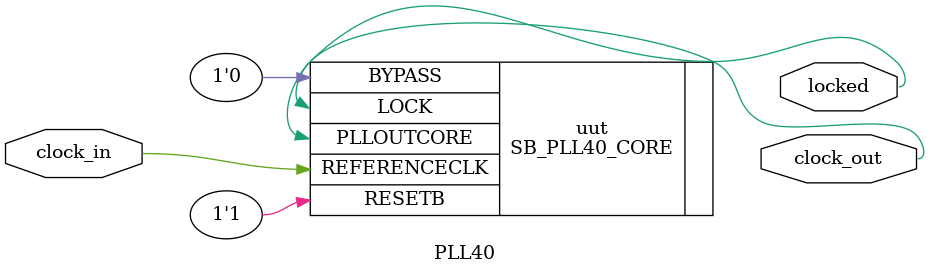
<source format=v>
/**
 * PLL configuration
 *
 * This Verilog module was generated automatically
 * using the icepll tool from the IceStorm project.
 * Use at your own risk.
 *
 * Given input frequency:       100.000 MHz
 * Requested output frequency:   50.000 MHz
 * Achieved output frequency:    50.000 MHz
 */

module PLL40(
	input  clock_in,
	output clock_out,
	output locked
	);

SB_PLL40_CORE #(
		.FEEDBACK_PATH("SIMPLE"),
		.DIVR(4'b0000),		// DIVR =  0
		.DIVF(7'b0000111),	// DIVF =  7
		.DIVQ(3'b100),		// DIVQ =  4
		.FILTER_RANGE(3'b101)	// FILTER_RANGE = 5
	) uut (
		.LOCK(locked),
		.RESETB(1'b1),
		.BYPASS(1'b0),
		.REFERENCECLK(clock_in),
		.PLLOUTCORE(clock_out)
		);

endmodule

</source>
